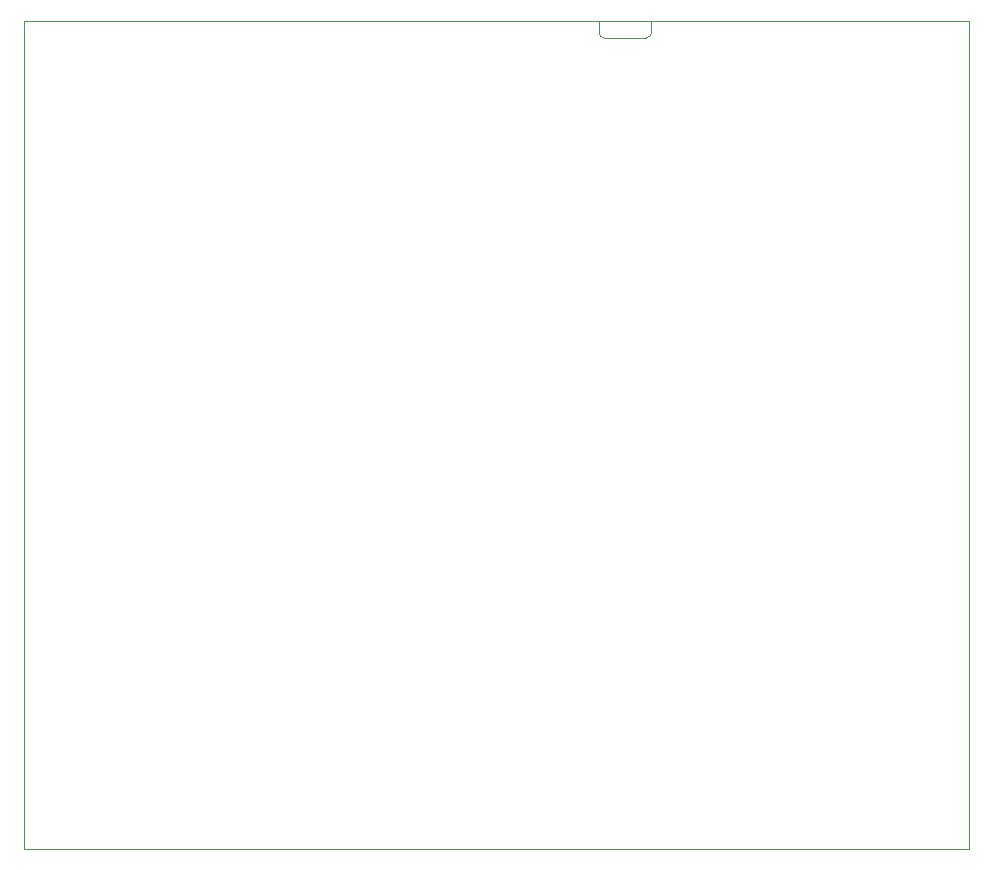
<source format=gbr>
%TF.GenerationSoftware,KiCad,Pcbnew,8.0.1*%
%TF.CreationDate,2024-05-29T14:30:23+02:00*%
%TF.ProjectId,CorntrolHub,436f726e-7472-46f6-9c48-75622e6b6963,rev?*%
%TF.SameCoordinates,Original*%
%TF.FileFunction,Profile,NP*%
%FSLAX46Y46*%
G04 Gerber Fmt 4.6, Leading zero omitted, Abs format (unit mm)*
G04 Created by KiCad (PCBNEW 8.0.1) date 2024-05-29 14:30:23*
%MOMM*%
%LPD*%
G01*
G04 APERTURE LIST*
%TA.AperFunction,Profile*%
%ADD10C,0.050000*%
%TD*%
%TA.AperFunction,Profile*%
%ADD11C,0.120000*%
%TD*%
G04 APERTURE END LIST*
D10*
X104390331Y-57980000D02*
X184390331Y-57980000D01*
X184390331Y-128080000D01*
X104390331Y-128080000D01*
X104390331Y-57980000D01*
D11*
%TO.C,J10*%
X153100000Y-58000000D02*
X148800000Y-58000000D01*
X153100000Y-59000000D02*
X153100000Y-58000000D01*
X153500000Y-59400000D02*
X157100000Y-59400000D01*
X157500000Y-58000000D02*
X161800000Y-58000000D01*
X157500000Y-59000000D02*
X157500000Y-58000000D01*
X153500000Y-59400000D02*
G75*
G02*
X153100000Y-59000000I0J400000D01*
G01*
X157500000Y-59000000D02*
G75*
G02*
X157100000Y-59400000I-400002J2D01*
G01*
%TD*%
M02*

</source>
